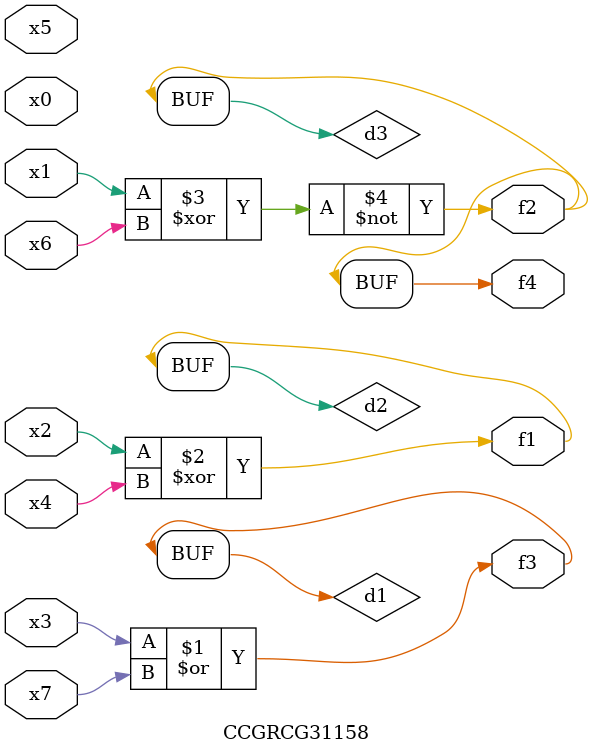
<source format=v>
module CCGRCG31158(
	input x0, x1, x2, x3, x4, x5, x6, x7,
	output f1, f2, f3, f4
);

	wire d1, d2, d3;

	or (d1, x3, x7);
	xor (d2, x2, x4);
	xnor (d3, x1, x6);
	assign f1 = d2;
	assign f2 = d3;
	assign f3 = d1;
	assign f4 = d3;
endmodule

</source>
